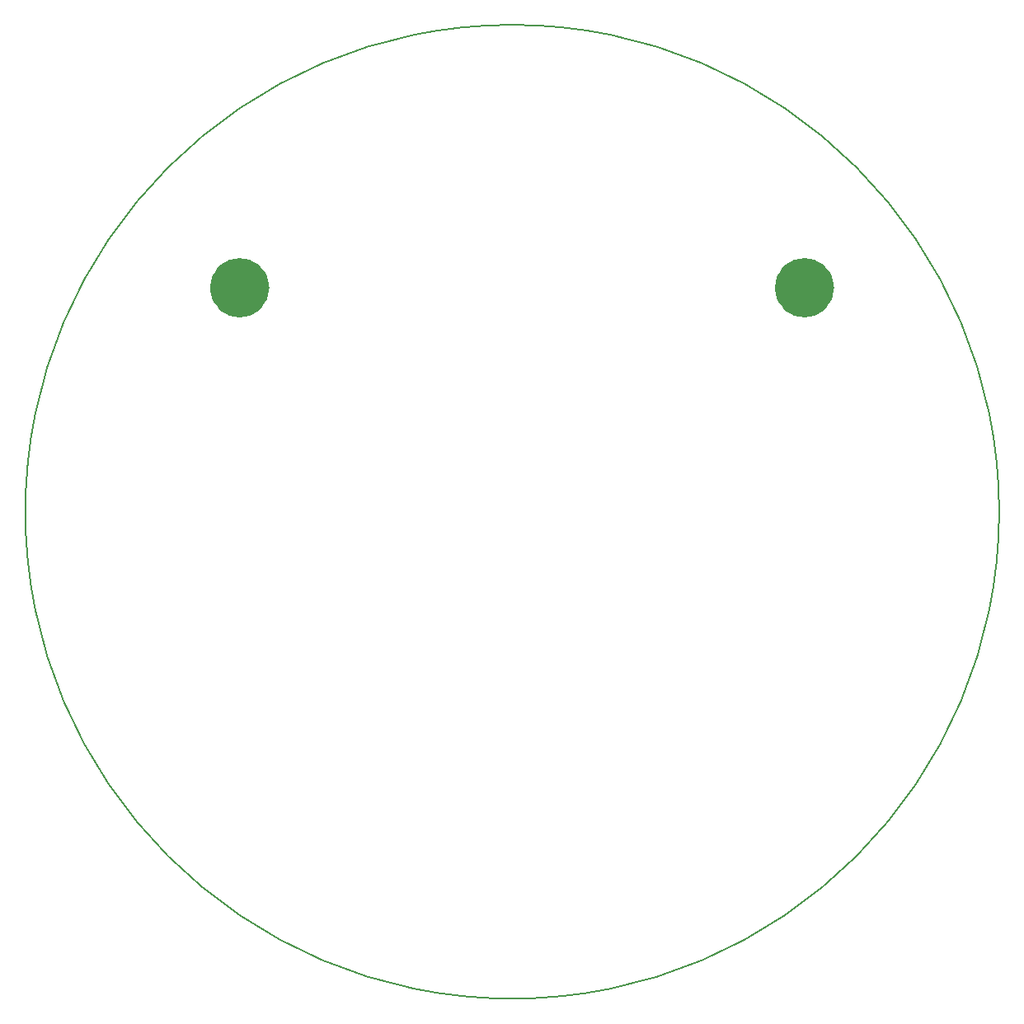
<source format=gbr>
%TF.GenerationSoftware,KiCad,Pcbnew,(6.0.8)*%
%TF.CreationDate,2022-10-25T22:06:49+02:00*%
%TF.ProjectId,Badge_v1,42616467-655f-4763-912e-6b696361645f,rev?*%
%TF.SameCoordinates,Original*%
%TF.FileFunction,Profile,NP*%
%FSLAX46Y46*%
G04 Gerber Fmt 4.6, Leading zero omitted, Abs format (unit mm)*
G04 Created by KiCad (PCBNEW (6.0.8)) date 2022-10-25 22:06:49*
%MOMM*%
%LPD*%
G01*
G04 APERTURE LIST*
%TA.AperFunction,Profile*%
%ADD10C,3.050000*%
%TD*%
%TA.AperFunction,Profile*%
%ADD11C,0.200000*%
%TD*%
G04 APERTURE END LIST*
D10*
X131525000Y-77000000D02*
G75*
G03*
X131525000Y-77000000I-1525000J0D01*
G01*
X73525000Y-77000000D02*
G75*
G03*
X73525000Y-77000000I-1525000J0D01*
G01*
D11*
X150000000Y-100000000D02*
G75*
G03*
X150000000Y-100000000I-50000000J0D01*
G01*
M02*

</source>
